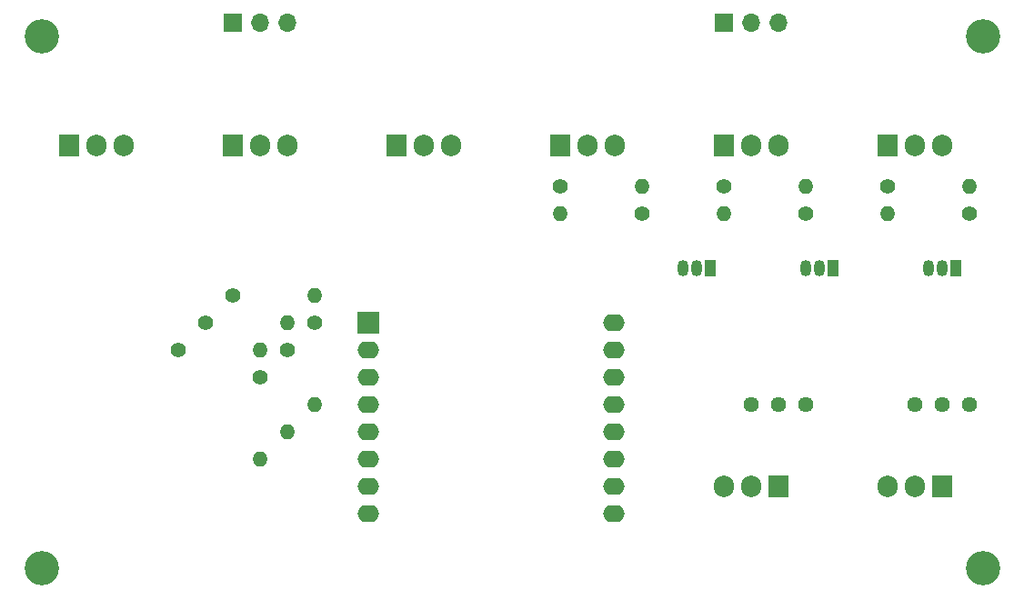
<source format=gbr>
%TF.GenerationSoftware,KiCad,Pcbnew,(5.1.9)-1*%
%TF.CreationDate,2021-10-10T23:20:05-06:00*%
%TF.ProjectId,daBat,64614261-742e-46b6-9963-61645f706362,rev?*%
%TF.SameCoordinates,Original*%
%TF.FileFunction,Soldermask,Top*%
%TF.FilePolarity,Negative*%
%FSLAX46Y46*%
G04 Gerber Fmt 4.6, Leading zero omitted, Abs format (unit mm)*
G04 Created by KiCad (PCBNEW (5.1.9)-1) date 2021-10-10 23:20:05*
%MOMM*%
%LPD*%
G01*
G04 APERTURE LIST*
%ADD10C,3.200000*%
%ADD11O,1.905000X2.000000*%
%ADD12R,1.905000X2.000000*%
%ADD13O,2.000000X1.600000*%
%ADD14R,2.000000X2.000000*%
%ADD15C,1.440000*%
%ADD16O,1.400000X1.400000*%
%ADD17C,1.400000*%
%ADD18R,1.050000X1.500000*%
%ADD19O,1.050000X1.500000*%
%ADD20O,1.700000X1.700000*%
%ADD21R,1.700000X1.700000*%
G04 APERTURE END LIST*
D10*
%TO.C,H4*%
X179070000Y-102870000D03*
%TD*%
%TO.C,H3*%
X91440000Y-102870000D03*
%TD*%
%TO.C,H2*%
X179070000Y-53340000D03*
%TD*%
%TO.C,H1*%
X91440000Y-53340000D03*
%TD*%
D11*
%TO.C,Q8*%
X129540000Y-63500000D03*
X127000000Y-63500000D03*
D12*
X124460000Y-63500000D03*
%TD*%
D11*
%TO.C,Q5*%
X114300000Y-63500000D03*
X111760000Y-63500000D03*
D12*
X109220000Y-63500000D03*
%TD*%
D11*
%TO.C,Q2*%
X99060000Y-63500000D03*
X96520000Y-63500000D03*
D12*
X93980000Y-63500000D03*
%TD*%
D13*
%TO.C,U3*%
X144740000Y-80010000D03*
X144740000Y-82550000D03*
X144740000Y-85090000D03*
X144740000Y-87630000D03*
X144740000Y-90170000D03*
X144740000Y-92710000D03*
X144740000Y-95250000D03*
X144740000Y-97790000D03*
X121880000Y-97790000D03*
X121880000Y-95250000D03*
X121880000Y-92710000D03*
X121880000Y-90170000D03*
X121880000Y-87630000D03*
X121880000Y-85090000D03*
D14*
X121880000Y-80010000D03*
D13*
X121880000Y-82550000D03*
%TD*%
D11*
%TO.C,U2*%
X154940000Y-95250000D03*
X157480000Y-95250000D03*
D12*
X160020000Y-95250000D03*
%TD*%
D11*
%TO.C,U1*%
X170180000Y-95250000D03*
X172720000Y-95250000D03*
D12*
X175260000Y-95250000D03*
%TD*%
D15*
%TO.C,RV2*%
X162560000Y-87630000D03*
X160020000Y-87630000D03*
X157480000Y-87630000D03*
%TD*%
%TO.C,RV1*%
X177800000Y-87630000D03*
X175260000Y-87630000D03*
X172720000Y-87630000D03*
%TD*%
D16*
%TO.C,R12*%
X170180000Y-69850000D03*
D17*
X177800000Y-69850000D03*
%TD*%
D16*
%TO.C,R11*%
X177800000Y-67310000D03*
D17*
X170180000Y-67310000D03*
%TD*%
%TO.C,R10*%
X109220000Y-77470000D03*
D16*
X116840000Y-77470000D03*
%TD*%
D17*
%TO.C,R9*%
X116840000Y-80010000D03*
D16*
X116840000Y-87630000D03*
%TD*%
%TO.C,R8*%
X154940000Y-69850000D03*
D17*
X162560000Y-69850000D03*
%TD*%
D16*
%TO.C,R7*%
X162560000Y-67310000D03*
D17*
X154940000Y-67310000D03*
%TD*%
%TO.C,R6*%
X106680000Y-80010000D03*
D16*
X114300000Y-80010000D03*
%TD*%
D17*
%TO.C,R5*%
X114300000Y-82550000D03*
D16*
X114300000Y-90170000D03*
%TD*%
%TO.C,R4*%
X139700000Y-69850000D03*
D17*
X147320000Y-69850000D03*
%TD*%
D16*
%TO.C,R3*%
X147320000Y-67310000D03*
D17*
X139700000Y-67310000D03*
%TD*%
%TO.C,R2*%
X104140000Y-82550000D03*
D16*
X111760000Y-82550000D03*
%TD*%
D17*
%TO.C,R1*%
X111760000Y-85090000D03*
D16*
X111760000Y-92710000D03*
%TD*%
D11*
%TO.C,Q9*%
X175260000Y-63500000D03*
X172720000Y-63500000D03*
D12*
X170180000Y-63500000D03*
%TD*%
D18*
%TO.C,Q7*%
X176530000Y-74930000D03*
D19*
X173990000Y-74930000D03*
X175260000Y-74930000D03*
%TD*%
D11*
%TO.C,Q6*%
X160020000Y-63500000D03*
X157480000Y-63500000D03*
D12*
X154940000Y-63500000D03*
%TD*%
D18*
%TO.C,Q4*%
X165100000Y-74930000D03*
D19*
X162560000Y-74930000D03*
X163830000Y-74930000D03*
%TD*%
D11*
%TO.C,Q3*%
X144780000Y-63500000D03*
X142240000Y-63500000D03*
D12*
X139700000Y-63500000D03*
%TD*%
D18*
%TO.C,Q1*%
X153670000Y-74930000D03*
D19*
X151130000Y-74930000D03*
X152400000Y-74930000D03*
%TD*%
D20*
%TO.C,J2*%
X114300000Y-52070000D03*
X111760000Y-52070000D03*
D21*
X109220000Y-52070000D03*
%TD*%
D20*
%TO.C,J1*%
X160020000Y-52070000D03*
X157480000Y-52070000D03*
D21*
X154940000Y-52070000D03*
%TD*%
M02*

</source>
